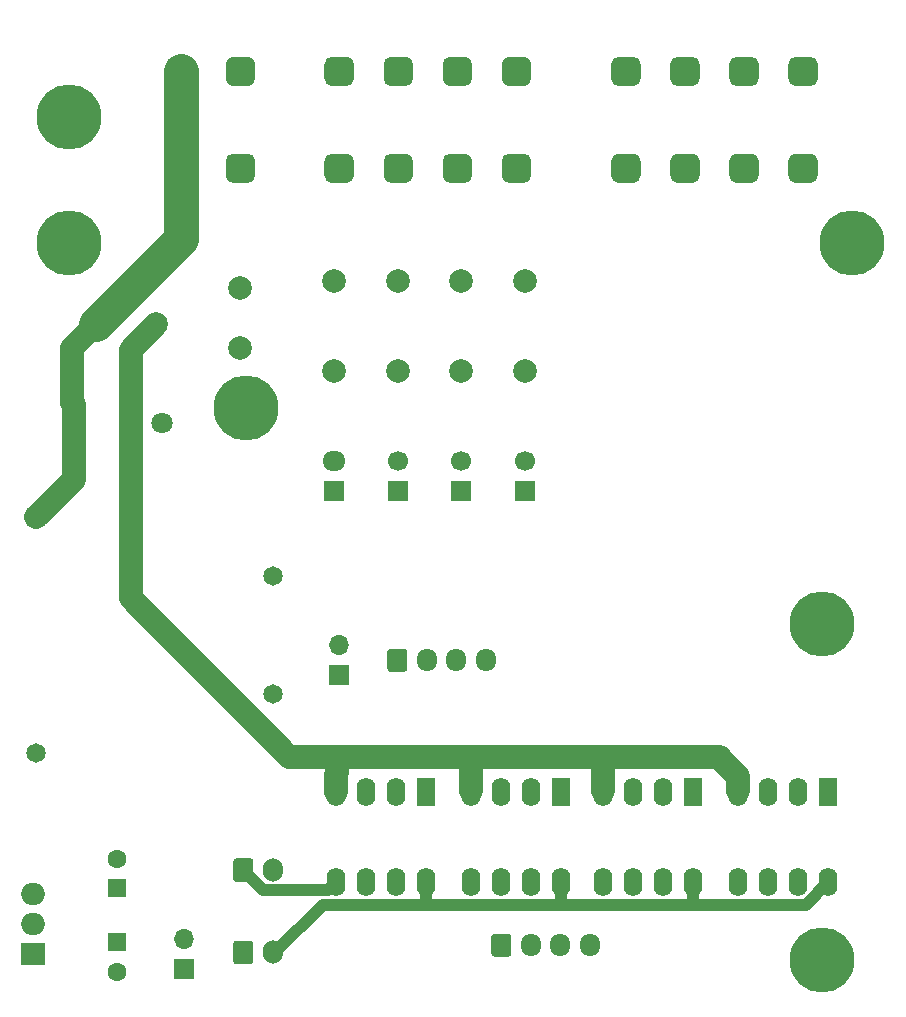
<source format=gbr>
G04 #@! TF.GenerationSoftware,KiCad,Pcbnew,(5.1.6)-1*
G04 #@! TF.CreationDate,2021-11-13T02:39:41+01:00*
G04 #@! TF.ProjectId,hamodule,68616d6f-6475-46c6-952e-6b696361645f,rev?*
G04 #@! TF.SameCoordinates,Original*
G04 #@! TF.FileFunction,Copper,L2,Bot*
G04 #@! TF.FilePolarity,Positive*
%FSLAX46Y46*%
G04 Gerber Fmt 4.6, Leading zero omitted, Abs format (unit mm)*
G04 Created by KiCad (PCBNEW (5.1.6)-1) date 2021-11-13 02:39:41*
%MOMM*%
%LPD*%
G01*
G04 APERTURE LIST*
G04 #@! TA.AperFunction,ComponentPad*
%ADD10C,5.500000*%
G04 #@! TD*
G04 #@! TA.AperFunction,ComponentPad*
%ADD11R,1.700000X1.700000*%
G04 #@! TD*
G04 #@! TA.AperFunction,ComponentPad*
%ADD12O,1.950000X1.700000*%
G04 #@! TD*
G04 #@! TA.AperFunction,ComponentPad*
%ADD13C,2.000000*%
G04 #@! TD*
G04 #@! TA.AperFunction,ComponentPad*
%ADD14C,1.700000*%
G04 #@! TD*
G04 #@! TA.AperFunction,ComponentPad*
%ADD15C,1.600000*%
G04 #@! TD*
G04 #@! TA.AperFunction,ComponentPad*
%ADD16R,1.600000X1.600000*%
G04 #@! TD*
G04 #@! TA.AperFunction,ComponentPad*
%ADD17O,2.000000X1.905000*%
G04 #@! TD*
G04 #@! TA.AperFunction,ComponentPad*
%ADD18R,2.000000X1.905000*%
G04 #@! TD*
G04 #@! TA.AperFunction,ComponentPad*
%ADD19O,1.700000X1.950000*%
G04 #@! TD*
G04 #@! TA.AperFunction,ComponentPad*
%ADD20C,1.650000*%
G04 #@! TD*
G04 #@! TA.AperFunction,ComponentPad*
%ADD21R,1.650000X1.650000*%
G04 #@! TD*
G04 #@! TA.AperFunction,ComponentPad*
%ADD22O,1.700000X1.700000*%
G04 #@! TD*
G04 #@! TA.AperFunction,ComponentPad*
%ADD23O,1.700000X2.000000*%
G04 #@! TD*
G04 #@! TA.AperFunction,ComponentPad*
%ADD24C,1.800000*%
G04 #@! TD*
G04 #@! TA.AperFunction,ComponentPad*
%ADD25R,1.600000X2.400000*%
G04 #@! TD*
G04 #@! TA.AperFunction,ComponentPad*
%ADD26O,1.600000X2.400000*%
G04 #@! TD*
G04 #@! TA.AperFunction,Conductor*
%ADD27C,2.000000*%
G04 #@! TD*
G04 #@! TA.AperFunction,Conductor*
%ADD28C,1.000000*%
G04 #@! TD*
G04 #@! TA.AperFunction,Conductor*
%ADD29C,3.000000*%
G04 #@! TD*
G04 APERTURE END LIST*
D10*
X132270500Y-74739500D03*
X198564500Y-85407500D03*
X132270500Y-85407500D03*
G04 #@! TA.AperFunction,ComponentPad*
G36*
G01*
X195637500Y-78432500D02*
X195637500Y-79682500D01*
G75*
G02*
X195012500Y-80307500I-625000J0D01*
G01*
X193762500Y-80307500D01*
G75*
G02*
X193137500Y-79682500I0J625000D01*
G01*
X193137500Y-78432500D01*
G75*
G02*
X193762500Y-77807500I625000J0D01*
G01*
X195012500Y-77807500D01*
G75*
G02*
X195637500Y-78432500I0J-625000D01*
G01*
G37*
G04 #@! TD.AperFunction*
G04 #@! TA.AperFunction,ComponentPad*
G36*
G01*
X190637500Y-78432500D02*
X190637500Y-79682500D01*
G75*
G02*
X190012500Y-80307500I-625000J0D01*
G01*
X188762500Y-80307500D01*
G75*
G02*
X188137500Y-79682500I0J625000D01*
G01*
X188137500Y-78432500D01*
G75*
G02*
X188762500Y-77807500I625000J0D01*
G01*
X190012500Y-77807500D01*
G75*
G02*
X190637500Y-78432500I0J-625000D01*
G01*
G37*
G04 #@! TD.AperFunction*
G04 #@! TA.AperFunction,ComponentPad*
G36*
G01*
X185637500Y-78432500D02*
X185637500Y-79682500D01*
G75*
G02*
X185012500Y-80307500I-625000J0D01*
G01*
X183762500Y-80307500D01*
G75*
G02*
X183137500Y-79682500I0J625000D01*
G01*
X183137500Y-78432500D01*
G75*
G02*
X183762500Y-77807500I625000J0D01*
G01*
X185012500Y-77807500D01*
G75*
G02*
X185637500Y-78432500I0J-625000D01*
G01*
G37*
G04 #@! TD.AperFunction*
G04 #@! TA.AperFunction,ComponentPad*
G36*
G01*
X180637500Y-78432500D02*
X180637500Y-79682500D01*
G75*
G02*
X180012500Y-80307500I-625000J0D01*
G01*
X178762500Y-80307500D01*
G75*
G02*
X178137500Y-79682500I0J625000D01*
G01*
X178137500Y-78432500D01*
G75*
G02*
X178762500Y-77807500I625000J0D01*
G01*
X180012500Y-77807500D01*
G75*
G02*
X180637500Y-78432500I0J-625000D01*
G01*
G37*
G04 #@! TD.AperFunction*
G04 #@! TA.AperFunction,ComponentPad*
G36*
G01*
X195637500Y-70232501D02*
X195637500Y-71482501D01*
G75*
G02*
X195012500Y-72107501I-625000J0D01*
G01*
X193762500Y-72107501D01*
G75*
G02*
X193137500Y-71482501I0J625000D01*
G01*
X193137500Y-70232501D01*
G75*
G02*
X193762500Y-69607501I625000J0D01*
G01*
X195012500Y-69607501D01*
G75*
G02*
X195637500Y-70232501I0J-625000D01*
G01*
G37*
G04 #@! TD.AperFunction*
G04 #@! TA.AperFunction,ComponentPad*
G36*
G01*
X190637500Y-70232501D02*
X190637500Y-71482501D01*
G75*
G02*
X190012500Y-72107501I-625000J0D01*
G01*
X188762500Y-72107501D01*
G75*
G02*
X188137500Y-71482501I0J625000D01*
G01*
X188137500Y-70232501D01*
G75*
G02*
X188762500Y-69607501I625000J0D01*
G01*
X190012500Y-69607501D01*
G75*
G02*
X190637500Y-70232501I0J-625000D01*
G01*
G37*
G04 #@! TD.AperFunction*
G04 #@! TA.AperFunction,ComponentPad*
G36*
G01*
X185637500Y-70232501D02*
X185637500Y-71482501D01*
G75*
G02*
X185012500Y-72107501I-625000J0D01*
G01*
X183762500Y-72107501D01*
G75*
G02*
X183137500Y-71482501I0J625000D01*
G01*
X183137500Y-70232501D01*
G75*
G02*
X183762500Y-69607501I625000J0D01*
G01*
X185012500Y-69607501D01*
G75*
G02*
X185637500Y-70232501I0J-625000D01*
G01*
G37*
G04 #@! TD.AperFunction*
G04 #@! TA.AperFunction,ComponentPad*
G36*
G01*
X180637500Y-70232501D02*
X180637500Y-71482501D01*
G75*
G02*
X180012500Y-72107501I-625000J0D01*
G01*
X178762500Y-72107501D01*
G75*
G02*
X178137500Y-71482501I0J625000D01*
G01*
X178137500Y-70232501D01*
G75*
G02*
X178762500Y-69607501I625000J0D01*
G01*
X180012500Y-69607501D01*
G75*
G02*
X180637500Y-70232501I0J-625000D01*
G01*
G37*
G04 #@! TD.AperFunction*
G04 #@! TA.AperFunction,ComponentPad*
G36*
G01*
X147998500Y-78432500D02*
X147998500Y-79682500D01*
G75*
G02*
X147373500Y-80307500I-625000J0D01*
G01*
X146123500Y-80307500D01*
G75*
G02*
X145498500Y-79682500I0J625000D01*
G01*
X145498500Y-78432500D01*
G75*
G02*
X146123500Y-77807500I625000J0D01*
G01*
X147373500Y-77807500D01*
G75*
G02*
X147998500Y-78432500I0J-625000D01*
G01*
G37*
G04 #@! TD.AperFunction*
G04 #@! TA.AperFunction,ComponentPad*
G36*
G01*
X142998500Y-78432500D02*
X142998500Y-79682500D01*
G75*
G02*
X142373500Y-80307500I-625000J0D01*
G01*
X141123500Y-80307500D01*
G75*
G02*
X140498500Y-79682500I0J625000D01*
G01*
X140498500Y-78432500D01*
G75*
G02*
X141123500Y-77807500I625000J0D01*
G01*
X142373500Y-77807500D01*
G75*
G02*
X142998500Y-78432500I0J-625000D01*
G01*
G37*
G04 #@! TD.AperFunction*
G04 #@! TA.AperFunction,ComponentPad*
G36*
G01*
X147998500Y-70232501D02*
X147998500Y-71482501D01*
G75*
G02*
X147373500Y-72107501I-625000J0D01*
G01*
X146123500Y-72107501D01*
G75*
G02*
X145498500Y-71482501I0J625000D01*
G01*
X145498500Y-70232501D01*
G75*
G02*
X146123500Y-69607501I625000J0D01*
G01*
X147373500Y-69607501D01*
G75*
G02*
X147998500Y-70232501I0J-625000D01*
G01*
G37*
G04 #@! TD.AperFunction*
G04 #@! TA.AperFunction,ComponentPad*
G36*
G01*
X142998500Y-70232501D02*
X142998500Y-71482501D01*
G75*
G02*
X142373500Y-72107501I-625000J0D01*
G01*
X141123500Y-72107501D01*
G75*
G02*
X140498500Y-71482501I0J625000D01*
G01*
X140498500Y-70232501D01*
G75*
G02*
X141123500Y-69607501I625000J0D01*
G01*
X142373500Y-69607501D01*
G75*
G02*
X142998500Y-70232501I0J-625000D01*
G01*
G37*
G04 #@! TD.AperFunction*
G04 #@! TA.AperFunction,ComponentPad*
G36*
G01*
X171366500Y-78432500D02*
X171366500Y-79682500D01*
G75*
G02*
X170741500Y-80307500I-625000J0D01*
G01*
X169491500Y-80307500D01*
G75*
G02*
X168866500Y-79682500I0J625000D01*
G01*
X168866500Y-78432500D01*
G75*
G02*
X169491500Y-77807500I625000J0D01*
G01*
X170741500Y-77807500D01*
G75*
G02*
X171366500Y-78432500I0J-625000D01*
G01*
G37*
G04 #@! TD.AperFunction*
G04 #@! TA.AperFunction,ComponentPad*
G36*
G01*
X166366500Y-78432500D02*
X166366500Y-79682500D01*
G75*
G02*
X165741500Y-80307500I-625000J0D01*
G01*
X164491500Y-80307500D01*
G75*
G02*
X163866500Y-79682500I0J625000D01*
G01*
X163866500Y-78432500D01*
G75*
G02*
X164491500Y-77807500I625000J0D01*
G01*
X165741500Y-77807500D01*
G75*
G02*
X166366500Y-78432500I0J-625000D01*
G01*
G37*
G04 #@! TD.AperFunction*
G04 #@! TA.AperFunction,ComponentPad*
G36*
G01*
X161366500Y-78432500D02*
X161366500Y-79682500D01*
G75*
G02*
X160741500Y-80307500I-625000J0D01*
G01*
X159491500Y-80307500D01*
G75*
G02*
X158866500Y-79682500I0J625000D01*
G01*
X158866500Y-78432500D01*
G75*
G02*
X159491500Y-77807500I625000J0D01*
G01*
X160741500Y-77807500D01*
G75*
G02*
X161366500Y-78432500I0J-625000D01*
G01*
G37*
G04 #@! TD.AperFunction*
G04 #@! TA.AperFunction,ComponentPad*
G36*
G01*
X156366500Y-78432500D02*
X156366500Y-79682500D01*
G75*
G02*
X155741500Y-80307500I-625000J0D01*
G01*
X154491500Y-80307500D01*
G75*
G02*
X153866500Y-79682500I0J625000D01*
G01*
X153866500Y-78432500D01*
G75*
G02*
X154491500Y-77807500I625000J0D01*
G01*
X155741500Y-77807500D01*
G75*
G02*
X156366500Y-78432500I0J-625000D01*
G01*
G37*
G04 #@! TD.AperFunction*
G04 #@! TA.AperFunction,ComponentPad*
G36*
G01*
X171366500Y-70232501D02*
X171366500Y-71482501D01*
G75*
G02*
X170741500Y-72107501I-625000J0D01*
G01*
X169491500Y-72107501D01*
G75*
G02*
X168866500Y-71482501I0J625000D01*
G01*
X168866500Y-70232501D01*
G75*
G02*
X169491500Y-69607501I625000J0D01*
G01*
X170741500Y-69607501D01*
G75*
G02*
X171366500Y-70232501I0J-625000D01*
G01*
G37*
G04 #@! TD.AperFunction*
G04 #@! TA.AperFunction,ComponentPad*
G36*
G01*
X166366500Y-70232501D02*
X166366500Y-71482501D01*
G75*
G02*
X165741500Y-72107501I-625000J0D01*
G01*
X164491500Y-72107501D01*
G75*
G02*
X163866500Y-71482501I0J625000D01*
G01*
X163866500Y-70232501D01*
G75*
G02*
X164491500Y-69607501I625000J0D01*
G01*
X165741500Y-69607501D01*
G75*
G02*
X166366500Y-70232501I0J-625000D01*
G01*
G37*
G04 #@! TD.AperFunction*
G04 #@! TA.AperFunction,ComponentPad*
G36*
G01*
X161366500Y-70232501D02*
X161366500Y-71482501D01*
G75*
G02*
X160741500Y-72107501I-625000J0D01*
G01*
X159491500Y-72107501D01*
G75*
G02*
X158866500Y-71482501I0J625000D01*
G01*
X158866500Y-70232501D01*
G75*
G02*
X159491500Y-69607501I625000J0D01*
G01*
X160741500Y-69607501D01*
G75*
G02*
X161366500Y-70232501I0J-625000D01*
G01*
G37*
G04 #@! TD.AperFunction*
G04 #@! TA.AperFunction,ComponentPad*
G36*
G01*
X156366500Y-70232501D02*
X156366500Y-71482501D01*
G75*
G02*
X155741500Y-72107501I-625000J0D01*
G01*
X154491500Y-72107501D01*
G75*
G02*
X153866500Y-71482501I0J625000D01*
G01*
X153866500Y-70232501D01*
G75*
G02*
X154491500Y-69607501I625000J0D01*
G01*
X155741500Y-69607501D01*
G75*
G02*
X156366500Y-70232501I0J-625000D01*
G01*
G37*
G04 #@! TD.AperFunction*
D11*
X154686000Y-106362500D03*
D12*
X154686000Y-103822500D03*
D13*
X154686000Y-96202500D03*
X154686000Y-88582500D03*
D11*
X170825500Y-106343001D03*
D14*
X170825500Y-103803001D03*
D13*
X170825500Y-96183001D03*
X170825500Y-88563001D03*
D11*
X165428000Y-106343001D03*
D14*
X165428000Y-103803001D03*
D13*
X165428000Y-96183001D03*
X165428000Y-88563001D03*
D11*
X160083500Y-106343001D03*
D14*
X160083500Y-103803001D03*
D13*
X160083500Y-96183001D03*
X160083500Y-88563001D03*
D15*
X136334500Y-147089500D03*
D16*
X136334500Y-144589500D03*
D15*
X136334500Y-137517500D03*
D16*
X136334500Y-140017500D03*
D17*
X129222500Y-140525500D03*
X129222500Y-143065500D03*
D18*
X129222500Y-145605500D03*
D19*
X176346500Y-144843500D03*
X173846500Y-144843500D03*
X171346500Y-144843500D03*
G04 #@! TA.AperFunction,ComponentPad*
G36*
G01*
X167996500Y-145568500D02*
X167996500Y-144118500D01*
G75*
G02*
X168246500Y-143868500I250000J0D01*
G01*
X169446500Y-143868500D01*
G75*
G02*
X169696500Y-144118500I0J-250000D01*
G01*
X169696500Y-145568500D01*
G75*
G02*
X169446500Y-145818500I-250000J0D01*
G01*
X168246500Y-145818500D01*
G75*
G02*
X167996500Y-145568500I0J250000D01*
G01*
G37*
G04 #@! TD.AperFunction*
D20*
X149476500Y-113587500D03*
X149476500Y-123587500D03*
X129476500Y-128587500D03*
D21*
X129476500Y-108587500D03*
D13*
X139636500Y-92265500D03*
X134556500Y-92265500D03*
D22*
X141973300Y-144310100D03*
D11*
X141973300Y-146850100D03*
D23*
X149491700Y-145453100D03*
G04 #@! TA.AperFunction,ComponentPad*
G36*
G01*
X146141700Y-146203100D02*
X146141700Y-144703100D01*
G75*
G02*
X146391700Y-144453100I250000J0D01*
G01*
X147591700Y-144453100D01*
G75*
G02*
X147841700Y-144703100I0J-250000D01*
G01*
X147841700Y-146203100D01*
G75*
G02*
X147591700Y-146453100I-250000J0D01*
G01*
X146391700Y-146453100D01*
G75*
G02*
X146141700Y-146203100I0J250000D01*
G01*
G37*
G04 #@! TD.AperFunction*
D22*
X155130500Y-119443500D03*
D11*
X155130500Y-121983500D03*
D24*
X140144500Y-100647500D03*
X132644500Y-99014170D03*
D10*
X196024500Y-117665500D03*
D19*
X167536500Y-120713500D03*
X165036500Y-120713500D03*
X162536500Y-120713500D03*
G04 #@! TA.AperFunction,ComponentPad*
G36*
G01*
X159186500Y-121438500D02*
X159186500Y-119988500D01*
G75*
G02*
X159436500Y-119738500I250000J0D01*
G01*
X160636500Y-119738500D01*
G75*
G02*
X160886500Y-119988500I0J-250000D01*
G01*
X160886500Y-121438500D01*
G75*
G02*
X160636500Y-121688500I-250000J0D01*
G01*
X159436500Y-121688500D01*
G75*
G02*
X159186500Y-121438500I0J250000D01*
G01*
G37*
G04 #@! TD.AperFunction*
D25*
X173912500Y-131873500D03*
D26*
X166292500Y-139493500D03*
X171372500Y-131873500D03*
X168832500Y-139493500D03*
X168832500Y-131873500D03*
X171372500Y-139493500D03*
X166292500Y-131873500D03*
X173912500Y-139493500D03*
D25*
X196518500Y-131873500D03*
D26*
X188898500Y-139493500D03*
X193978500Y-131873500D03*
X191438500Y-139493500D03*
X191438500Y-131873500D03*
X193978500Y-139493500D03*
X188898500Y-131873500D03*
X196518500Y-139493500D03*
D25*
X185088500Y-131873500D03*
D26*
X177468500Y-139493500D03*
X182548500Y-131873500D03*
X180008500Y-139493500D03*
X180008500Y-131873500D03*
X182548500Y-139493500D03*
X177468500Y-131873500D03*
X185088500Y-139493500D03*
D25*
X162482500Y-131873500D03*
D26*
X154862500Y-139493500D03*
X159942500Y-131873500D03*
X157402500Y-139493500D03*
X157402500Y-131873500D03*
X159942500Y-139493500D03*
X154862500Y-131873500D03*
X162482500Y-139493500D03*
D23*
X149502500Y-138493500D03*
G04 #@! TA.AperFunction,ComponentPad*
G36*
G01*
X146152500Y-139243500D02*
X146152500Y-137743500D01*
G75*
G02*
X146402500Y-137493500I250000J0D01*
G01*
X147602500Y-137493500D01*
G75*
G02*
X147852500Y-137743500I0J-250000D01*
G01*
X147852500Y-139243500D01*
G75*
G02*
X147602500Y-139493500I-250000J0D01*
G01*
X146402500Y-139493500D01*
G75*
G02*
X146152500Y-139243500I0J250000D01*
G01*
G37*
G04 #@! TD.AperFunction*
D10*
X196024500Y-146113500D03*
X147256500Y-99377500D03*
D13*
X146748500Y-94297500D03*
X146748500Y-89217500D03*
D27*
X188838490Y-130545490D02*
X188838490Y-131817490D01*
X187328492Y-129035492D02*
X188838490Y-130545490D01*
X187328492Y-128873490D02*
X187328492Y-129035492D01*
X177450510Y-128873490D02*
X177450510Y-130354521D01*
X177450510Y-130354521D02*
X177408490Y-130396541D01*
X177450510Y-128873490D02*
X187328492Y-128873490D01*
X177408490Y-130396541D02*
X177408490Y-131817490D01*
X166232490Y-130396541D02*
X166232490Y-131817490D01*
X166274510Y-130354521D02*
X166232490Y-130396541D01*
X166274510Y-128873490D02*
X166274510Y-130354521D01*
X166274510Y-128873490D02*
X177450510Y-128873490D01*
X154802490Y-130396541D02*
X154802490Y-131873500D01*
X154908490Y-128873490D02*
X154908490Y-130290541D01*
X154908490Y-130290541D02*
X154802490Y-130396541D01*
X150877488Y-128873490D02*
X157130510Y-128873490D01*
X137444499Y-115440501D02*
X150877488Y-128873490D01*
X137444499Y-94457501D02*
X137444499Y-115440501D01*
X139636500Y-92265500D02*
X137444499Y-94457501D01*
X157130510Y-128873490D02*
X166274510Y-128873490D01*
X154908490Y-128873490D02*
X157130510Y-128873490D01*
D28*
X149491700Y-145453100D02*
X149694900Y-145453100D01*
X194618490Y-141393510D02*
X196518500Y-139493500D01*
X149694900Y-145453100D02*
X153754490Y-141393510D01*
X185088500Y-141301500D02*
X184996490Y-141393510D01*
X185088500Y-139493500D02*
X185088500Y-141301500D01*
X184996490Y-141393510D02*
X194618490Y-141393510D01*
X173912500Y-141005520D02*
X173524510Y-141393510D01*
X173912500Y-139493500D02*
X173912500Y-141005520D01*
X173524510Y-141393510D02*
X184996490Y-141393510D01*
X162482500Y-141231520D02*
X162644490Y-141393510D01*
X162482500Y-139493500D02*
X162482500Y-141231520D01*
X153754490Y-141393510D02*
X162644490Y-141393510D01*
X162644490Y-141393510D02*
X173524510Y-141393510D01*
X154162490Y-140193510D02*
X154862500Y-139493500D01*
X148702510Y-140193510D02*
X154162490Y-140193510D01*
X147002500Y-138493500D02*
X148702510Y-140193510D01*
D29*
X141748500Y-80073500D02*
X141748500Y-85073500D01*
D27*
X132644500Y-105419500D02*
X129476500Y-108587500D01*
X132644500Y-99014170D02*
X132644500Y-105419500D01*
X134556500Y-92265500D02*
X132524500Y-94297500D01*
X132524500Y-98894170D02*
X132644500Y-99014170D01*
X132524500Y-94297500D02*
X132524500Y-98894170D01*
D29*
X141748500Y-79057500D02*
X141748500Y-70857501D01*
X141748500Y-85073500D02*
X134556500Y-92265500D01*
X141748500Y-79057500D02*
X141748500Y-85073500D01*
M02*

</source>
